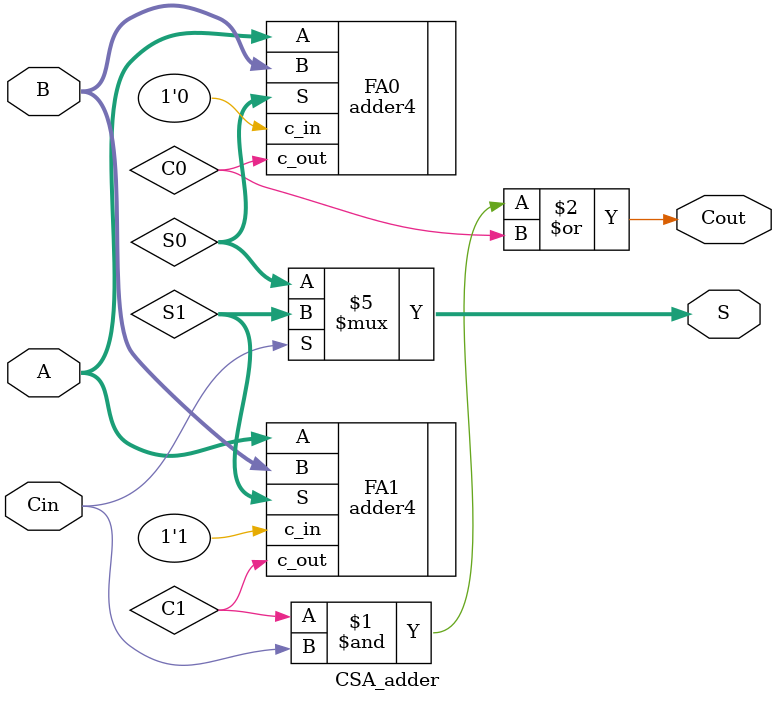
<source format=sv>
module CSA_adder
(
    input    logic[3:0] A,B,
	 input    logic      Cin,
	 output   logic[3:0] S,
	 output   logic      Cout
);

    logic[3:0] S1,S0;
	 logic      C0,C1;
	 
	 /* compute the result without a carry-in bit */ 
	 adder4    FA0 (.A(A[3:0]),.B(B[3:0]),.c_in(1'b0),.S(S0),.c_out(C0));
	 /* compute the result within a carry-in bit */
	 adder4    FA1 (.A(A[3:0]),.B(B[3:0]),.c_in(1'b1),.S(S1),.c_out(C1));
    /* carry-out biy */
	 assign Cout = (C1&Cin)|C0;
	 
	 /* 2-1 mux */
    always_comb
    begin
        if (Cin) begin
		      S = S1;
		  end else begin
		      S = S0;
		  end
	 end

endmodule

</source>
